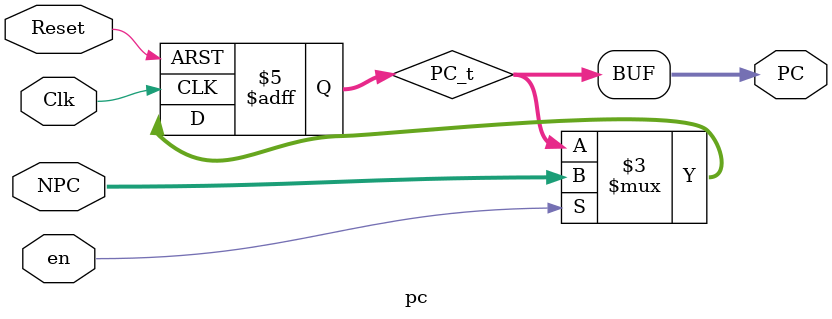
<source format=v>
 `timescale 1ns / 1ns
 
 module pc(input [31:0] NPC, input Clk, input Reset, input en, output [31:0]PC);
	reg [31:0] PC_t;
	assign PC = PC_t;
	always @ (posedge Reset, posedge Clk)
	begin
	   if(Reset==0)
	   begin
	       if(en) PC_t <= NPC;
	   end
	   else
	   begin 
	       PC_t <= 32'h00003000;
	   end 
	end
	
endmodule

</source>
